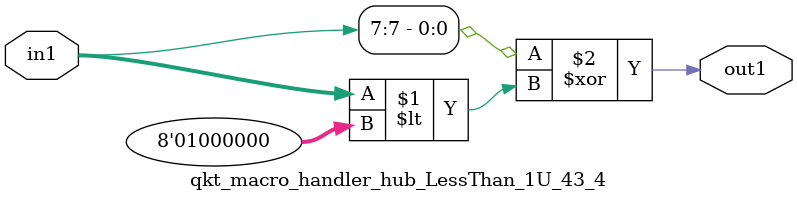
<source format=v>

`timescale 1ps / 1ps


module qkt_macro_handler_hub_LessThan_1U_43_4( in1, out1 );

    input [7:0] in1;
    output out1;

    
    // rtl_process:qkt_macro_handler_hub_LessThan_1U_43_4/qkt_macro_handler_hub_LessThan_1U_43_4_thread_1
    assign out1 = (in1[7] ^ in1 < 8'd064);

endmodule



</source>
